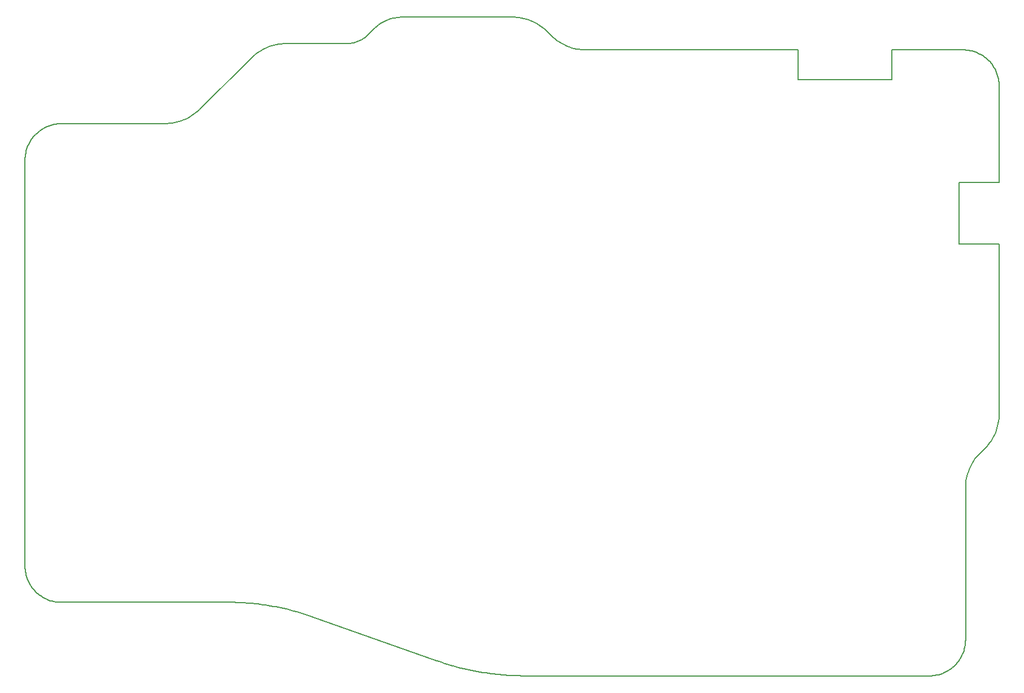
<source format=gm1>
G04 #@! TF.GenerationSoftware,KiCad,Pcbnew,7.0.9*
G04 #@! TF.CreationDate,2024-01-11T22:18:44+01:00*
G04 #@! TF.ProjectId,keyboard,6b657962-6f61-4726-942e-6b696361645f,v1.0.0*
G04 #@! TF.SameCoordinates,Original*
G04 #@! TF.FileFunction,Profile,NP*
%FSLAX46Y46*%
G04 Gerber Fmt 4.6, Leading zero omitted, Abs format (unit mm)*
G04 Created by KiCad (PCBNEW 7.0.9) date 2024-01-11 22:18:44*
%MOMM*%
%LPD*%
G01*
G04 APERTURE LIST*
G04 #@! TA.AperFunction,Profile*
%ADD10C,0.200000*%
G04 #@! TD*
%ADD11C,0.200000*%
G04 APERTURE END LIST*
D10*
X185424851Y-74438151D02*
X184586657Y-75267558D01*
X274132097Y-165982430D02*
X274132097Y-143211728D01*
D11*
X274132097Y-143211728D02*
X274141078Y-142849521D01*
X274167847Y-142489772D01*
X274212157Y-142133081D01*
X274273758Y-141780045D01*
X274352404Y-141431264D01*
X274447845Y-141087335D01*
X274559835Y-140748858D01*
X274688126Y-140416432D01*
X274832468Y-140090654D01*
X274992615Y-139772124D01*
X275168318Y-139461441D01*
X275359329Y-139159202D01*
X275565401Y-138866007D01*
X275786285Y-138582454D01*
X276021734Y-138309142D01*
X276271500Y-138046670D01*
D10*
X263050000Y-82000000D02*
X263050000Y-77570776D01*
X263050000Y-82000000D02*
X249050000Y-82000000D01*
D11*
X133150000Y-154960372D02*
X133157055Y-155239058D01*
X133177977Y-155514086D01*
X133212425Y-155785116D01*
X133260058Y-156051806D01*
X133320536Y-156313817D01*
X133393519Y-156570808D01*
X133478667Y-156822439D01*
X133575639Y-157068371D01*
X133684096Y-157308262D01*
X133803697Y-157541772D01*
X133934101Y-157768562D01*
X134074969Y-157988290D01*
X134225961Y-158200618D01*
X134386735Y-158405203D01*
X134556952Y-158601707D01*
X134736272Y-158789789D01*
X134924354Y-158969109D01*
X135120858Y-159139326D01*
X135325443Y-159300100D01*
X135537771Y-159451091D01*
X135757499Y-159591959D01*
X135984289Y-159722364D01*
X136217800Y-159841964D01*
X136457691Y-159950421D01*
X136703622Y-160047393D01*
X136955254Y-160132541D01*
X137212245Y-160205524D01*
X137474256Y-160266002D01*
X137740946Y-160313635D01*
X138011976Y-160348082D01*
X138287004Y-160369004D01*
X138565691Y-160376060D01*
D10*
X276271500Y-138046670D02*
X277035795Y-137282898D01*
D11*
X138630286Y-88619197D02*
X138348258Y-88626342D01*
X138069934Y-88647520D01*
X137795657Y-88682387D01*
X137525772Y-88730597D01*
X137260622Y-88791807D01*
X137000553Y-88865672D01*
X136745909Y-88951848D01*
X136497034Y-89049990D01*
X136254272Y-89159755D01*
X136017968Y-89280797D01*
X135788466Y-89412773D01*
X135566110Y-89555338D01*
X135351245Y-89708147D01*
X135144214Y-89870856D01*
X134945364Y-90043122D01*
X134755037Y-90224599D01*
X134573578Y-90414943D01*
X134401331Y-90613810D01*
X134238641Y-90820856D01*
X134085852Y-91035735D01*
X133943308Y-91258105D01*
X133811354Y-91487619D01*
X133690334Y-91723935D01*
X133580592Y-91966707D01*
X133482473Y-92215592D01*
X133396321Y-92470244D01*
X133322481Y-92730320D01*
X133261296Y-92995475D01*
X133213111Y-93265365D01*
X133178270Y-93539645D01*
X133157118Y-93817971D01*
X133150000Y-94100000D01*
D10*
X138565691Y-160376060D02*
X163647364Y-160375536D01*
D11*
X172257691Y-76637499D02*
X171895268Y-76646418D01*
X171535274Y-76673023D01*
X171178298Y-76717069D01*
X170824934Y-76778313D01*
X170475774Y-76856511D01*
X170131409Y-76951421D01*
X169792432Y-77062797D01*
X169459435Y-77190398D01*
X169133010Y-77333980D01*
X168813748Y-77493298D01*
X168502243Y-77668110D01*
X168199086Y-77858172D01*
X167904868Y-78063241D01*
X167620183Y-78283073D01*
X167345623Y-78517424D01*
X167081779Y-78766052D01*
X194849593Y-169135216D02*
X195247790Y-169273503D01*
X195647264Y-169407491D01*
X196047982Y-169537176D01*
X196449906Y-169662549D01*
X196853003Y-169783607D01*
X197257238Y-169900342D01*
X197662575Y-170012749D01*
X198068979Y-170120822D01*
X198476416Y-170224554D01*
X198884850Y-170323939D01*
X199294247Y-170418973D01*
X199704571Y-170509648D01*
X200115787Y-170595958D01*
X200527861Y-170677898D01*
X200940757Y-170755462D01*
X201354440Y-170828643D01*
X201768876Y-170897436D01*
X202184029Y-170961835D01*
X202599865Y-171021833D01*
X203016348Y-171077425D01*
X203433443Y-171128604D01*
X203851115Y-171175365D01*
X204269330Y-171217702D01*
X204688052Y-171255608D01*
X205107247Y-171289078D01*
X205526878Y-171318105D01*
X205946912Y-171342684D01*
X206367313Y-171362809D01*
X206788047Y-171378473D01*
X207209077Y-171389670D01*
X207630370Y-171396396D01*
X208051891Y-171398643D01*
X159279155Y-86490645D02*
X159015310Y-86739272D01*
X158740750Y-86973623D01*
X158456065Y-87193455D01*
X158161848Y-87398523D01*
X157858691Y-87588585D01*
X157547185Y-87763397D01*
X157227924Y-87922716D01*
X156901499Y-88066297D01*
X156568501Y-88193898D01*
X156229524Y-88305275D01*
X155885160Y-88400184D01*
X155536000Y-88478383D01*
X155182636Y-88539627D01*
X154825660Y-88583673D01*
X154465666Y-88610277D01*
X154103244Y-88619197D01*
D10*
X206146578Y-72643428D02*
X189787883Y-72643428D01*
D11*
X268716398Y-171398129D02*
X268995082Y-171391067D01*
X269270108Y-171370140D01*
X269541135Y-171335687D01*
X269807823Y-171288050D01*
X270069832Y-171227568D01*
X270326821Y-171154581D01*
X270578450Y-171069431D01*
X270824379Y-170972456D01*
X271064268Y-170863997D01*
X271297777Y-170744395D01*
X271524565Y-170613989D01*
X271744292Y-170473121D01*
X271956618Y-170322129D01*
X272161202Y-170161355D01*
X272357705Y-169991138D01*
X272545787Y-169811819D01*
X272725106Y-169623737D01*
X272895323Y-169427234D01*
X273056097Y-169222650D01*
X273207089Y-169010324D01*
X273347957Y-168790597D01*
X273478363Y-168563809D01*
X273597965Y-168330300D01*
X273706424Y-168090411D01*
X273803399Y-167844482D01*
X273888549Y-167592853D01*
X273961536Y-167335864D01*
X274022018Y-167073855D01*
X274069655Y-166807167D01*
X274104108Y-166536140D01*
X274125035Y-166261114D01*
X274132097Y-165982430D01*
X277588891Y-79157079D02*
X277394270Y-78971873D01*
X277191611Y-78797284D01*
X276981358Y-78633495D01*
X276763954Y-78480691D01*
X276539844Y-78339056D01*
X276309471Y-78208772D01*
X276073280Y-78090025D01*
X275831714Y-77982999D01*
X275585218Y-77887876D01*
X275334235Y-77804841D01*
X275079209Y-77734078D01*
X274820585Y-77675770D01*
X274558807Y-77630102D01*
X274294318Y-77597258D01*
X274027563Y-77577421D01*
X273758985Y-77570776D01*
D10*
X279175199Y-97400000D02*
X279175199Y-82986982D01*
X181256624Y-76637499D02*
X172257691Y-76637499D01*
X154103244Y-88619197D02*
X138630286Y-88619197D01*
D11*
X229031490Y-77570776D02*
X228795684Y-77570772D01*
X228559878Y-77570769D01*
X228324072Y-77570766D01*
X228088266Y-77570764D01*
X227852460Y-77570762D01*
X227616654Y-77570761D01*
X227380848Y-77570760D01*
X227145042Y-77570760D01*
X226909236Y-77570760D01*
X226673430Y-77570761D01*
X226437624Y-77570762D01*
X226201818Y-77570764D01*
X225966012Y-77570766D01*
X225730206Y-77570769D01*
X225494400Y-77570772D01*
X225258594Y-77570776D01*
D10*
X273180000Y-106690000D02*
X273180000Y-97400000D01*
D11*
X277035795Y-137282898D02*
X277285582Y-137020400D01*
X277521051Y-136747061D01*
X277741952Y-136463479D01*
X277948038Y-136170254D01*
X278139061Y-135867984D01*
X278314772Y-135557268D01*
X278474924Y-135238704D01*
X278619269Y-134912893D01*
X278747558Y-134580431D01*
X278859544Y-134241919D01*
X278954978Y-133897955D01*
X279033613Y-133549138D01*
X279095201Y-133196066D01*
X279139493Y-132839339D01*
X279166241Y-132479556D01*
X279175199Y-132117315D01*
X189787883Y-72643428D02*
X189482366Y-72650966D01*
X189178898Y-72673413D01*
X188877976Y-72710565D01*
X188580099Y-72762214D01*
X188285768Y-72828157D01*
X187995481Y-72908188D01*
X187709737Y-73002101D01*
X187429035Y-73109691D01*
X187153875Y-73230753D01*
X186884756Y-73365082D01*
X186622177Y-73512472D01*
X186366637Y-73672717D01*
X186118635Y-73845613D01*
X185878670Y-74030954D01*
X185647243Y-74228535D01*
X185424851Y-74438151D01*
D10*
X273758985Y-77570776D02*
X263050000Y-77570776D01*
X249050000Y-77570000D02*
X229031490Y-77570776D01*
X273180000Y-106690000D02*
X279175199Y-106690000D01*
X279175199Y-132117315D02*
X279175199Y-106690000D01*
X225258594Y-77570776D02*
X217240476Y-77571293D01*
D11*
X211335923Y-74758027D02*
X211070346Y-74510888D01*
X210794213Y-74277971D01*
X210508105Y-74059511D01*
X210212608Y-73855748D01*
X209908303Y-73666918D01*
X209595775Y-73493260D01*
X209275607Y-73335012D01*
X208948383Y-73192410D01*
X208614686Y-73065694D01*
X208275099Y-72955100D01*
X207930206Y-72860866D01*
X207580592Y-72783231D01*
X207226838Y-72722432D01*
X206869528Y-72678706D01*
X206509247Y-72652292D01*
X206146578Y-72643428D01*
D10*
X208051891Y-171398643D02*
X268716398Y-171398129D01*
X249050000Y-82000000D02*
X249050000Y-77570000D01*
X133150000Y-94100000D02*
X133150000Y-154960372D01*
X273180000Y-97400000D02*
X279175199Y-97400000D01*
X212051131Y-75456693D02*
X211335923Y-74758027D01*
X176087431Y-162507708D02*
X194849593Y-169135216D01*
D11*
X279175199Y-82986982D02*
X279168552Y-82718404D01*
X279148715Y-82451648D01*
X279115870Y-82187159D01*
X279070202Y-81925381D01*
X279011894Y-81666757D01*
X278941131Y-81411732D01*
X278858096Y-81160749D01*
X278762973Y-80914253D01*
X278655945Y-80672688D01*
X278537198Y-80436496D01*
X278406915Y-80206124D01*
X278265279Y-79982014D01*
X278112475Y-79764610D01*
X277948686Y-79554357D01*
X277774097Y-79351699D01*
X277588891Y-79157079D01*
X163647364Y-160375536D02*
X164044545Y-160377631D01*
X164441512Y-160383948D01*
X164838232Y-160394478D01*
X165234673Y-160409217D01*
X165630800Y-160428159D01*
X166026582Y-160451299D01*
X166421985Y-160478631D01*
X166816976Y-160510148D01*
X167211522Y-160545846D01*
X167605590Y-160585719D01*
X167999148Y-160629761D01*
X168392161Y-160677967D01*
X168784598Y-160730330D01*
X169176425Y-160786846D01*
X169567610Y-160847508D01*
X169958118Y-160912311D01*
X170347918Y-160981250D01*
X170736976Y-161054317D01*
X171125259Y-161131509D01*
X171512735Y-161212819D01*
X171899370Y-161298242D01*
X172285131Y-161387772D01*
X172669985Y-161481403D01*
X173053900Y-161579129D01*
X173436842Y-161680946D01*
X173818779Y-161786847D01*
X174199676Y-161896827D01*
X174579502Y-162010879D01*
X174958224Y-162128999D01*
X175335808Y-162251181D01*
X175712221Y-162377419D01*
X176087431Y-162507708D01*
X217240476Y-77571293D02*
X216877804Y-77562434D01*
X216517521Y-77536026D01*
X216160210Y-77492305D01*
X215806455Y-77431509D01*
X215456839Y-77353876D01*
X215111945Y-77259645D01*
X214772357Y-77149052D01*
X214438659Y-77022335D01*
X214111434Y-76879733D01*
X213791266Y-76721483D01*
X213478739Y-76547823D01*
X213174435Y-76358990D01*
X212878939Y-76155223D01*
X212592834Y-75936759D01*
X212316703Y-75703837D01*
X212051131Y-75456693D01*
X184586657Y-75267558D02*
X184416929Y-75427564D01*
X184240303Y-75578384D01*
X184057159Y-75719861D01*
X183867880Y-75851838D01*
X183672845Y-75974158D01*
X183472437Y-76086665D01*
X183267035Y-76189202D01*
X183057022Y-76281611D01*
X182842778Y-76363737D01*
X182624684Y-76435422D01*
X182403122Y-76496509D01*
X182178473Y-76546843D01*
X181951117Y-76586265D01*
X181721436Y-76614620D01*
X181489811Y-76631750D01*
X181256624Y-76637499D01*
D10*
X167081779Y-78766052D02*
X159279155Y-86490645D01*
M02*

</source>
